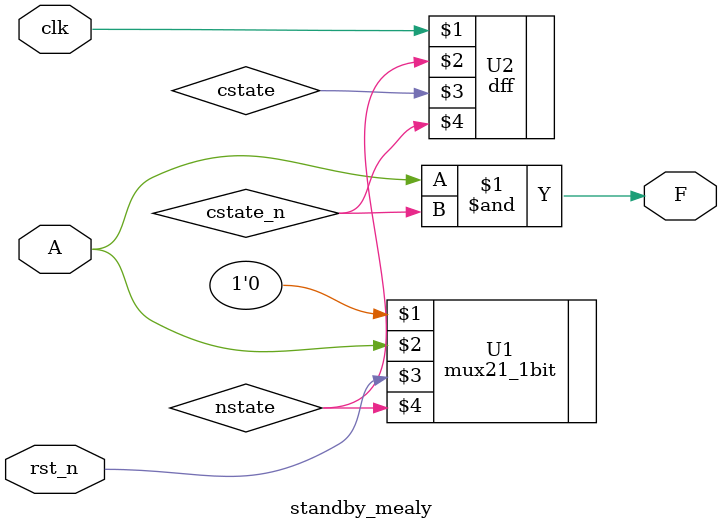
<source format=v>
module standby_mealy (
  input clk, rst_n,
  input A,
  output F
);

  wire nstate, cstate, cstate_n;

  mux21_1bit U1( 1'b0, A, rst_n, nstate );
  dff U2( clk, nstate, cstate, cstate_n );
  and U3( F, A, cstate_n );

endmodule

</source>
